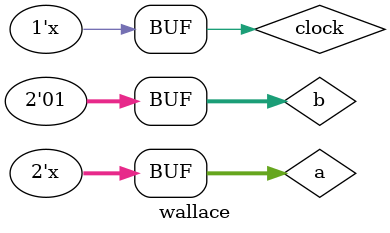
<source format=v>

 
module wallace();

reg[1:0] a,b;
wire [3:0] out;
reg clock;
initial
begin 
clock=0;
a=2'b1;
b=2'b1;
end

always # 15
a=a+1;

always #2
clock=~clock;


wallace2 DUT(
.P(out),.A(a),.B(b),.clock(clock)

);

endmodule

</source>
